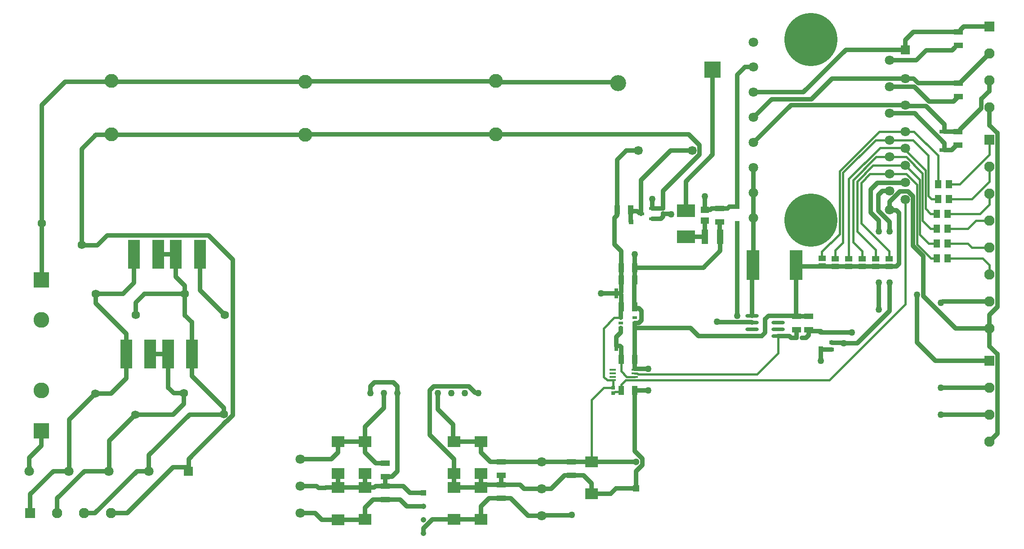
<source format=gtl>
G04*
G04 #@! TF.GenerationSoftware,Altium Limited,Altium Designer,24.10.1 (45)*
G04*
G04 Layer_Physical_Order=1*
G04 Layer_Color=255*
%FSLAX44Y44*%
%MOMM*%
G71*
G04*
G04 #@! TF.SameCoordinates,A4BD9A84-A7EC-4617-AE02-E11DBA2AA322*
G04*
G04*
G04 #@! TF.FilePolarity,Positive*
G04*
G01*
G75*
%ADD18C,0.2540*%
%ADD22R,1.3562X1.0546*%
%ADD23R,1.2192X0.5588*%
%ADD24R,1.2500X1.5500*%
%ADD25R,0.6500X0.6500*%
%ADD26R,0.9500X0.9000*%
%ADD27R,1.6582X1.1055*%
%ADD28R,0.8121X0.6587*%
%ADD29R,0.8763X0.5080*%
%ADD30R,1.1055X1.6582*%
G04:AMPARAMS|DCode=31|XSize=1.2565mm|YSize=0.418mm|CornerRadius=0.209mm|HoleSize=0mm|Usage=FLASHONLY|Rotation=180.000|XOffset=0mm|YOffset=0mm|HoleType=Round|Shape=RoundedRectangle|*
%AMROUNDEDRECTD31*
21,1,1.2565,0.0000,0,0,180.0*
21,1,0.8385,0.4180,0,0,180.0*
1,1,0.4180,-0.4193,0.0000*
1,1,0.4180,0.4193,0.0000*
1,1,0.4180,0.4193,0.0000*
1,1,0.4180,-0.4193,0.0000*
%
%ADD31ROUNDEDRECTD31*%
%ADD32R,1.2565X0.4180*%
%ADD33R,2.4892X5.5880*%
%ADD34R,1.9062X0.7562*%
%ADD35O,2.5000X0.7000*%
%ADD36R,2.3300X1.9900*%
%ADD37R,0.6500X0.6500*%
%ADD38R,3.4200X2.4600*%
%ADD39R,1.5500X1.2500*%
%ADD40R,1.2000X2.7000*%
%ADD41R,0.9000X0.9500*%
%ADD42R,0.7562X1.9062*%
%ADD43R,2.3022X5.4031*%
%ADD60R,1.8034X1.8034*%
%ADD61C,1.8034*%
%ADD62C,2.6162*%
%ADD63R,1.3000X1.3000*%
%ADD64C,1.3000*%
%ADD65C,1.2700*%
%ADD66C,1.0668*%
%ADD67R,1.0668X1.0668*%
%ADD68C,1.6900*%
%ADD69C,3.0300*%
%ADD70R,3.1600X3.1600*%
%ADD73C,0.8128*%
%ADD74C,0.4064*%
%ADD75R,1.8000X1.8000*%
%ADD76C,1.8000*%
%ADD77C,10.0160*%
%ADD78R,1.9500X1.9500*%
%ADD79C,1.9500*%
%ADD80R,2.9700X2.9700*%
%ADD81C,2.9700*%
%ADD82R,1.9500X1.9500*%
%ADD83C,1.5900*%
D18*
X314960Y759460D02*
X316160Y760660D01*
X1432560Y782447D02*
X1432687Y782320D01*
X1465580Y893953D02*
X1466088Y893445D01*
X1466365Y893723D01*
X2038767Y1012796D02*
X2041531D01*
X2035059Y1196828D02*
Y1197036D01*
X2039316Y1201293D02*
X2042080D01*
X2035059Y1197036D02*
X2039316Y1201293D01*
X1432623Y551180D02*
X1432624Y551180D01*
X1424940Y891540D02*
X1427480Y889000D01*
X1439926Y885444D02*
X1441450Y883920D01*
X1439926Y885444D02*
Y885891D01*
X1441450Y883920D02*
X1444752D01*
X1424940Y869190D02*
X1426085Y868045D01*
X1941987Y942340D02*
X1942471Y942823D01*
D22*
X1835791Y784323D02*
D03*
Y798839D02*
D03*
X1911991Y784685D02*
D03*
Y799201D02*
D03*
X1886591Y784685D02*
D03*
Y799201D02*
D03*
X1861190Y784323D02*
D03*
Y798839D02*
D03*
X1810390Y784685D02*
D03*
Y799201D02*
D03*
X1785620Y785222D02*
D03*
Y799738D02*
D03*
D23*
X1466088Y874395D02*
D03*
Y893445D02*
D03*
X1444752Y883920D02*
D03*
D24*
X2021930Y800100D02*
D03*
X2001430D02*
D03*
X2021840Y828040D02*
D03*
X2001340D02*
D03*
X2021840Y855980D02*
D03*
X2001340D02*
D03*
X2024380Y911860D02*
D03*
X2003880D02*
D03*
X2024380Y939800D02*
D03*
X2003880D02*
D03*
X2021840Y883920D02*
D03*
X2001340D02*
D03*
D25*
X1747440Y650240D02*
D03*
X1737440D02*
D03*
D26*
X1783080Y629410D02*
D03*
Y660910D02*
D03*
X1625600Y865630D02*
D03*
Y897130D02*
D03*
D27*
X1760220Y690880D02*
D03*
Y665353D02*
D03*
X1737360Y690816D02*
D03*
Y665290D02*
D03*
X2042080Y1201293D02*
D03*
Y1226820D02*
D03*
X2042240Y1104307D02*
D03*
Y1129834D02*
D03*
X2041531Y1012796D02*
D03*
Y1038323D02*
D03*
X962660Y345377D02*
D03*
Y370904D02*
D03*
Y414084D02*
D03*
Y388557D02*
D03*
X1313180Y391097D02*
D03*
Y416624D02*
D03*
X1181100Y416560D02*
D03*
Y391033D02*
D03*
Y347853D02*
D03*
Y373380D02*
D03*
X1592580Y868616D02*
D03*
Y894144D02*
D03*
D28*
X1803400Y641767D02*
D03*
Y628233D02*
D03*
D29*
X1406716Y668680D02*
D03*
Y678180D02*
D03*
Y687680D02*
D03*
X1433004D02*
D03*
Y678180D02*
D03*
Y668680D02*
D03*
D30*
X1407097Y708660D02*
D03*
X1432623D02*
D03*
X1407097Y551180D02*
D03*
X1432623D02*
D03*
X1407033Y609600D02*
D03*
X1432560D02*
D03*
X1407033Y759460D02*
D03*
X1432560D02*
D03*
X1407160Y782320D02*
D03*
X1432687D02*
D03*
X1424940Y891540D02*
D03*
X1399413D02*
D03*
D31*
X1391543Y570080D02*
D03*
Y576580D02*
D03*
Y583080D02*
D03*
Y589580D02*
D03*
X1432560D02*
D03*
Y583080D02*
D03*
Y576580D02*
D03*
D32*
Y570080D02*
D03*
D33*
X1655197Y786863D02*
D03*
X1736985D02*
D03*
D34*
X2016131Y1038323D02*
D03*
Y1003823D02*
D03*
X2016840Y1129770D02*
D03*
Y1095270D02*
D03*
X2016680Y1226290D02*
D03*
Y1191790D02*
D03*
D35*
X1653811Y691613D02*
D03*
Y678913D02*
D03*
Y666213D02*
D03*
Y653513D02*
D03*
X1702810Y691613D02*
D03*
Y678913D02*
D03*
Y666213D02*
D03*
Y653513D02*
D03*
D36*
X873760Y307340D02*
D03*
Y367540D02*
D03*
Y454660D02*
D03*
Y394460D02*
D03*
X1092200Y454280D02*
D03*
Y394080D02*
D03*
X1143000Y308100D02*
D03*
Y368300D02*
D03*
X924560Y307720D02*
D03*
Y367920D02*
D03*
Y454660D02*
D03*
Y394460D02*
D03*
X1143000Y454280D02*
D03*
Y394080D02*
D03*
X1092200Y307720D02*
D03*
Y367920D02*
D03*
X1351280Y356360D02*
D03*
Y416560D02*
D03*
D37*
X1391920Y546100D02*
D03*
Y556100D02*
D03*
X1485900Y884000D02*
D03*
Y894000D02*
D03*
D38*
X1529080Y889240D02*
D03*
Y840740D02*
D03*
D39*
X1564640Y891540D02*
D03*
Y871040D02*
D03*
D40*
Y840740D02*
D03*
X1593640D02*
D03*
D41*
X1394585Y868045D02*
D03*
X1426085D02*
D03*
D42*
X1432030Y734060D02*
D03*
X1397530D02*
D03*
X1432560Y635000D02*
D03*
X1398060D02*
D03*
D43*
X489866Y807183D02*
D03*
X534875D02*
D03*
X613615D02*
D03*
X568606D02*
D03*
X520071Y619223D02*
D03*
X475062D02*
D03*
X553446D02*
D03*
X598455D02*
D03*
D60*
X592100Y398780D02*
D03*
D61*
X517100D02*
D03*
X442100D02*
D03*
X367100D02*
D03*
X292100D02*
D03*
X802640Y421640D02*
D03*
Y370840D02*
D03*
Y320039D02*
D03*
X1257300Y416560D02*
D03*
Y365760D02*
D03*
Y314960D02*
D03*
D62*
X447040Y1033780D02*
D03*
Y1133780D02*
D03*
X1170940D02*
D03*
Y1033780D02*
D03*
X812171Y1132303D02*
D03*
Y1032303D02*
D03*
D63*
X1435100Y366160D02*
D03*
D64*
Y416160D02*
D03*
D65*
X1137920Y546100D02*
D03*
X1112520D02*
D03*
X1087120D02*
D03*
X1061720D02*
D03*
X985520D02*
D03*
X960120D02*
D03*
X934720D02*
D03*
X1432560Y807720D02*
D03*
X1465580Y911860D02*
D03*
X1457960Y591820D02*
D03*
X2009140Y716280D02*
D03*
X1457960Y551180D02*
D03*
X1892300Y703580D02*
D03*
X1625600Y691450D02*
D03*
X1912620Y754380D02*
D03*
X1892300D02*
D03*
Y850900D02*
D03*
X1912620D02*
D03*
X1964436Y731520D02*
D03*
X2009140Y556260D02*
D03*
X1841500Y660400D02*
D03*
X2009140Y505460D02*
D03*
X1826260Y640080D02*
D03*
X1564640Y916940D02*
D03*
X1501021Y883046D02*
D03*
X1587500Y680720D02*
D03*
X1369060Y734060D02*
D03*
X1313815Y315961D02*
D03*
X1783080Y607060D02*
D03*
D66*
X1035050Y281940D02*
D03*
Y307340D02*
D03*
Y332740D02*
D03*
D67*
Y358140D02*
D03*
D68*
X1541151Y1002763D02*
D03*
X1439551D02*
D03*
D69*
X1401451Y1129763D02*
D03*
D70*
X1579251Y1155163D02*
D03*
D73*
X1810753Y784323D02*
X1835791D01*
X1738988D02*
X1784991D01*
X1810391Y784685D02*
X1810753Y784323D01*
X1784991D02*
X1785353Y784685D01*
X1736985Y782320D02*
X1738988Y784323D01*
X1835791D02*
X1861191D01*
X1886591Y784685D02*
X1911991D01*
X1861553D02*
X1886591D01*
X1861191Y784323D02*
X1861553Y784685D01*
X1785353D02*
X1810391D01*
X1911991D02*
X1925145D01*
X1930400Y789940D01*
X2037080Y668020D02*
X2100580D01*
X1976120Y728980D02*
X2037080Y668020D01*
X1956805Y823058D02*
X1976120Y803743D01*
Y728980D02*
Y803743D01*
X563343Y405863D02*
X592670D01*
X417623Y1032303D02*
X812171D01*
X1432560Y591820D02*
X1457960D01*
X2115820Y708660D02*
Y1008380D01*
X1956805Y823058D02*
Y916760D01*
X316160Y760660D02*
Y865500D01*
X360143Y1132303D02*
X812171D01*
X292100Y424180D02*
X314960Y447040D01*
Y474418D01*
X1432560Y782447D02*
Y807720D01*
X1465580Y893953D02*
Y911860D01*
X1466365Y893723D02*
X1485623D01*
X1432560Y609600D02*
Y635000D01*
Y591820D02*
Y609600D01*
X1947307Y926258D02*
X1956805Y916760D01*
X1932177Y926258D02*
X1947307D01*
X1912471Y906552D02*
X1932177Y926258D01*
X1987131Y1095270D02*
X2016840D01*
X1912471Y1122823D02*
X1959578D01*
X2016840Y1095270D02*
X2033203D01*
X1959578Y1122823D02*
X1987131Y1095270D01*
X2016131Y1038323D02*
Y1052189D01*
X1981386Y1086934D02*
X2016131Y1052189D01*
X1944359Y1086934D02*
X1981386D01*
X2016131Y1038323D02*
X2044294D01*
X2016131Y1003823D02*
Y1016629D01*
X1959937Y1072823D02*
X2016131Y1016629D01*
X1912471Y1072823D02*
X1959937D01*
X2016131Y1003823D02*
X2029794D01*
X2038767Y1012796D01*
X2033203Y1095270D02*
X2042240Y1104307D01*
X2085496Y1082288D02*
Y1099976D01*
X2100580Y1115060D02*
Y1135380D01*
X2085496Y1099976D02*
X2100580Y1115060D01*
X2045758Y1042550D02*
X2085496Y1082288D01*
X2044294Y1038323D02*
X2045758Y1039787D01*
Y1042550D01*
X1942471Y1088823D02*
X1944359Y1086934D01*
X1957492Y1138823D02*
X1966545Y1129770D01*
X2044940D01*
X1804303Y1138823D02*
X1942471D01*
X1957492D01*
X2044940Y1129770D02*
X2046467Y1131297D01*
Y1132067D01*
X2100580Y1186180D01*
X2016680Y1191790D02*
X2030021D01*
X2035059Y1196828D01*
X1981730Y1191790D02*
X2016680D01*
X1957810Y1226290D02*
X2044314D01*
X1942471Y1210951D02*
X1957810Y1226290D01*
X2046307Y1228283D02*
Y1231047D01*
X2052240Y1236980D02*
X2100580D01*
X2044314Y1226290D02*
X2046307Y1228283D01*
Y1231047D02*
X2052240Y1236980D01*
X1912471Y1172823D02*
X1962763D01*
X1981730Y1191790D01*
X2100580Y1050664D02*
X2115664Y1035580D01*
X2100580Y1050664D02*
Y1084580D01*
X2115664Y1008536D02*
X2115820Y1008380D01*
X2115664Y1008536D02*
Y1035580D01*
X1432623Y708660D02*
X1435457Y705827D01*
X1432030Y709253D02*
X1432623Y708660D01*
X2012917Y718820D02*
X2100580D01*
X2009140Y716280D02*
X2010377D01*
X2012917Y718820D01*
X1998980Y607060D02*
X2102304D01*
X1964436Y641604D02*
X1998980Y607060D01*
X1763206Y662366D02*
X1783080D01*
X2115664Y469744D02*
Y619019D01*
X2100580Y454660D02*
X2115664Y469744D01*
X2100580Y634103D02*
X2115664Y619019D01*
X2100580Y668020D02*
Y693420D01*
X2115820Y708660D01*
X2100580Y634103D02*
Y668020D01*
X395611Y319503D02*
X416023D01*
X495300Y398780D01*
X517670D01*
Y428770D01*
X344811Y347351D02*
X396240Y398780D01*
X442670D01*
Y455707D01*
X337820Y398780D02*
X367671D01*
Y495707D01*
X294011Y354971D02*
X337820Y398780D01*
X294011Y319503D02*
Y354971D01*
X292100Y406433D02*
Y424180D01*
Y406433D02*
X292670Y405863D01*
X391160Y825500D02*
Y1005840D01*
X417623Y1032303D01*
X392647Y824013D02*
X420153D01*
X439420Y843280D01*
X391160Y825500D02*
X392647Y824013D01*
X439420Y843280D02*
X629920D01*
X316160Y865500D02*
Y1088320D01*
X360143Y1132303D01*
X1653811Y653513D02*
X1672053D01*
X1432624Y551180D02*
X1457960D01*
X1427480Y889000D02*
X1436817D01*
X1439926Y885891D01*
X1424940Y869190D02*
Y891540D01*
X534875Y807183D02*
X568606D01*
X1892300Y703580D02*
Y754380D01*
X1625600Y865630D02*
X1625600Y865630D01*
X1625600Y691450D02*
X1625600Y691450D01*
Y865630D01*
X1826260Y640080D02*
X1851660D01*
X1912620Y701040D01*
Y754380D01*
X1912027Y926380D02*
X1912471Y926823D01*
X1891538Y918718D02*
X1899200Y926380D01*
X1912027D01*
X1891538Y889762D02*
Y918718D01*
X1889760Y942340D02*
X1941987D01*
X1877060Y929640D02*
X1889760Y942340D01*
X1877060Y886460D02*
Y929640D01*
Y886460D02*
X1892300Y871220D01*
X1891538Y889762D02*
X1912620Y868680D01*
X1892300Y850900D02*
Y871220D01*
X1912620Y850900D02*
Y868680D01*
X1964436Y641604D02*
Y731520D01*
X1727121Y1088823D02*
X1942471D01*
X1912471Y890823D02*
Y906552D01*
X1925639Y890277D02*
X1930400Y885516D01*
Y789940D02*
Y885516D01*
X1913017Y890277D02*
X1925639D01*
X1912471Y890823D02*
X1913017Y890277D01*
X1702810Y691613D02*
X1736564D01*
X1737360Y690816D02*
X1760157D01*
X1672053Y653513D02*
X1678311Y659771D01*
X1653811Y785477D02*
X1655197Y786863D01*
X1656471Y788137D01*
Y876273D01*
X1653811Y691613D02*
Y785477D01*
X1656471Y876273D02*
Y923573D01*
X1407033Y609600D02*
Y632587D01*
X1404620Y635000D02*
X1407033Y632587D01*
X1398060Y635000D02*
X1404620D01*
X1432560D02*
Y668235D01*
X1398060Y635000D02*
Y651300D01*
X1406716Y659956D01*
X1397530Y734060D02*
X1397530Y734060D01*
X1404620D01*
X1394585Y825795D02*
X1407160Y813220D01*
X1394585Y825795D02*
Y868045D01*
X1783080Y607060D02*
Y629410D01*
X1784257Y628233D02*
X1803400D01*
X1783080Y629410D02*
X1784257Y628233D01*
X1760220Y655320D02*
Y665353D01*
X1755140Y650240D02*
X1760220Y655320D01*
Y665353D02*
X1763206Y662366D01*
X1747440Y650240D02*
X1755140D01*
X1760157Y690816D02*
X1760220Y690880D01*
X1736985Y691192D02*
Y782320D01*
X1737440Y650240D02*
Y665209D01*
X1737360Y665290D02*
X1737440Y665209D01*
X1736564Y691613D02*
X1736985Y691192D01*
X1737360Y690816D01*
X1727200Y650240D02*
X1737440D01*
X1552673Y653513D02*
X1653811D01*
X1537506Y668680D02*
X1552673Y653513D01*
X1702810D02*
X1723927D01*
X1678311Y685171D02*
X1684753Y691613D01*
X1702810D01*
X1678311Y659771D02*
Y685171D01*
X1723927Y653513D02*
X1727200Y650240D01*
X1640133Y1160073D02*
X1656471D01*
X812909Y1033042D02*
X1170202D01*
X812909Y1133041D02*
X1170202D01*
X812171Y1032303D02*
X812909Y1033042D01*
X812171Y1132303D02*
X812909Y1133041D01*
X1143000Y368300D02*
Y394080D01*
Y368300D02*
X1148080Y373380D01*
X1143000Y434340D02*
Y454280D01*
X1142620Y367920D02*
X1143000Y368300D01*
X1092200Y367920D02*
X1142620D01*
X1092200Y394080D02*
Y421640D01*
Y454280D02*
X1143000D01*
X924560Y367920D02*
X941960D01*
X944943Y370904D01*
X939736Y345377D02*
X962660D01*
X944943Y370904D02*
X962660D01*
X1046480Y467360D02*
X1092200Y421640D01*
X1090500Y455980D02*
X1092200Y454280D01*
X1061720Y515620D02*
Y546100D01*
X1090500Y455980D02*
Y486840D01*
X1061720Y515620D02*
X1090500Y486840D01*
X924560Y454660D02*
Y482600D01*
Y434340D02*
X944816Y414084D01*
X962660D01*
X934720Y546100D02*
Y558800D01*
X924560Y434340D02*
Y454660D01*
Y482600D02*
X960120Y518160D01*
X985520Y398780D02*
Y546100D01*
Y558800D01*
X960120Y518160D02*
Y546100D01*
X861059Y421640D02*
X873760Y434340D01*
X849900Y366812D02*
X850628Y367540D01*
X837148Y366812D02*
X849900D01*
X850628Y367540D02*
X873760D01*
X975297Y388557D02*
X985520Y398780D01*
X962660Y370904D02*
Y388557D01*
X975297D01*
X990664Y345377D02*
X1003300Y332740D01*
X996760Y370904D02*
X1009523Y358140D01*
X962660Y370904D02*
X996760D01*
X1092200Y367920D02*
Y394080D01*
X1003300Y332740D02*
X1035050D01*
X1009523Y358140D02*
X1035050D01*
X962660Y345377D02*
X990664D01*
X873760Y454660D02*
X924560D01*
X924180Y367540D02*
X924560Y367920D01*
Y394460D01*
X868680Y389380D02*
X873760Y394460D01*
Y367540D02*
X924180D01*
X873760Y434340D02*
Y454660D01*
Y367540D02*
Y394460D01*
X1148080Y373380D02*
X1181100D01*
Y391033D01*
X1143000Y434340D02*
X1160780Y416560D01*
X1158113Y347853D02*
X1181100D01*
X1160780Y416560D02*
X1181100D01*
Y347853D02*
X1199007D01*
X1592580Y841800D02*
X1593640Y840740D01*
X1564640D02*
Y871040D01*
X1592580Y841800D02*
Y868616D01*
X1432030Y734060D02*
Y758930D01*
X1404620Y734060D02*
X1407097Y731583D01*
X1407160Y736600D02*
Y759333D01*
X1404620Y734060D02*
X1407160Y736600D01*
X1433004Y668680D02*
X1537506D01*
X1433004D02*
Y678180D01*
X1432560Y668235D02*
X1433004Y668680D01*
X1406716Y659956D02*
Y668680D01*
X1407097Y708660D02*
Y731583D01*
X1406716Y708279D02*
X1407097Y708660D01*
X1406716Y687680D02*
Y708279D01*
X1435457Y705827D02*
X1440473D01*
X1445260Y701040D01*
Y683260D02*
Y701040D01*
X1440180Y678180D02*
X1445260Y683260D01*
X1432030Y709253D02*
Y734060D01*
X1433004Y678180D02*
X1440180D01*
X1593640Y813860D02*
Y840740D01*
X1562100Y782320D02*
X1593640Y813860D01*
X1432687Y782320D02*
X1562100D01*
X1529080Y840740D02*
X1564640D01*
X1407160Y782320D02*
Y813220D01*
X1607883Y894144D02*
X1610870Y897130D01*
X1577404Y894144D02*
X1592580D01*
X1607883D01*
X1574800Y891540D02*
X1577404Y894144D01*
X1564640Y891540D02*
X1574800D01*
X1610870Y897130D02*
X1625600D01*
X1485623Y893723D02*
X1485900Y894000D01*
X1466088Y874395D02*
X1481795D01*
X1485900Y878500D01*
Y884000D01*
X1432030Y758930D02*
X1432560Y759460D01*
X1432687Y759587D02*
Y782320D01*
X1432560Y759460D02*
X1432687Y759587D01*
X1407033Y759460D02*
X1407160Y759333D01*
X1407033Y759460D02*
X1407160Y759587D01*
Y782320D01*
X1181100Y373380D02*
X1216660D01*
X1143000Y332740D02*
X1158113Y347853D01*
X1313314Y315461D02*
X1313815Y315961D01*
X1351280Y356360D02*
X1387600D01*
X1351280Y375920D02*
X1351280Y356360D01*
X1336103Y391097D02*
X1351280Y375920D01*
X1313180Y391097D02*
X1336103D01*
X1300417D02*
X1313180D01*
X1387600Y356360D02*
X1397400Y366160D01*
X1435100D01*
X924560Y330200D02*
X939736Y345377D01*
X924560Y307720D02*
Y330200D01*
X924180Y307340D02*
X924560Y307720D01*
X873760Y307340D02*
X924180D01*
X934720Y558800D02*
X942340Y566420D01*
X977900D02*
X985520Y558800D01*
X942340Y566420D02*
X977900D01*
X1143000Y308100D02*
Y332740D01*
X1092200Y307720D02*
X1143000D01*
X1257801Y315461D02*
X1313314D01*
X1257300Y314960D02*
X1257801Y315461D01*
X1216660Y373380D02*
X1224280Y365760D01*
X1231900Y314960D02*
X1257300D01*
X1224280Y365760D02*
X1257300D01*
X1199007Y347853D02*
X1231900Y314960D01*
X1257300Y365760D02*
X1275080D01*
X1300417Y391097D01*
X802640Y320039D02*
X830581D01*
X802640Y421640D02*
X861059D01*
X833120Y370840D02*
X837148Y366812D01*
X830581Y320039D02*
X843280Y307340D01*
X802640Y370840D02*
X833120D01*
X843280Y307340D02*
X873760D01*
X1352980Y416160D02*
X1435100D01*
X1181100Y416560D02*
X1257300D01*
X1313116D01*
X1313180Y416624D01*
X1351216D01*
X1351280Y416560D01*
X1352980D01*
X598455Y577565D02*
Y619223D01*
X553446D02*
X553720Y618949D01*
Y556260D02*
X564417Y545563D01*
X553720Y556260D02*
Y618949D01*
X594360Y505460D02*
X658468D01*
X520071Y619223D02*
X553446D01*
X445988Y544612D02*
X474980Y573604D01*
Y619141D01*
X416886Y544923D02*
X445677D01*
X367671Y495707D02*
X416886Y544923D01*
X445677D02*
X445988Y544612D01*
X446411Y319503D02*
X476983D01*
X344811D02*
Y347351D01*
X476983Y319503D02*
X563343Y405863D01*
X492486Y692883D02*
Y716308D01*
X509061Y732883D01*
X417486D02*
X468723D01*
X489866Y754026D01*
X417486Y715354D02*
Y732883D01*
Y715354D02*
X474980Y657860D01*
Y619305D02*
Y657860D01*
Y619305D02*
X475062Y619223D01*
X474980Y619141D02*
X475062Y619223D01*
X613615Y739394D02*
X660126Y692883D01*
X509061Y732883D02*
X585126D01*
Y748374D01*
X568606Y764894D02*
X585126Y748374D01*
Y692494D02*
Y732883D01*
Y692494D02*
X598455Y679165D01*
Y619223D02*
Y679165D01*
X592670Y405863D02*
Y421497D01*
X491886Y504923D02*
X563343D01*
X517670Y428770D02*
X594360Y505460D01*
X442670Y455707D02*
X491886Y504923D01*
X658571Y505563D02*
Y517449D01*
X564417Y545563D02*
X583571D01*
Y525151D02*
Y545563D01*
X563343Y504923D02*
X583571Y525151D01*
X598455Y577565D02*
X658571Y517449D01*
X658468Y505460D02*
X658571Y505563D01*
X489866Y754026D02*
Y807183D01*
X568606Y764894D02*
Y807183D01*
X613615Y739394D02*
Y807183D01*
X1656471Y1065473D02*
X1690818Y1099820D01*
X1656471Y1018173D02*
X1727121Y1088823D01*
X1690818Y1099820D02*
X1765300D01*
X1656471Y923573D02*
Y970873D01*
X1942471Y1192823D02*
Y1210951D01*
X1750313Y1112773D02*
X1830363Y1192823D01*
X1942471D01*
X1765300Y1099820D02*
X1804303Y1138823D01*
X1656471Y1112773D02*
X1750313D01*
X1529080Y889240D02*
Y944880D01*
X1500603Y1002763D02*
X1541151D01*
X1444752Y946912D02*
X1500603Y1002763D01*
X1529080Y944880D02*
X1579251Y995051D01*
X1399413Y891540D02*
Y985393D01*
X1170940Y1133780D02*
X1172948Y1131771D01*
X1399442D01*
X1170202Y1033042D02*
X1170940Y1033780D01*
X1170202Y1133041D02*
X1170940Y1133780D01*
X1625600Y897130D02*
Y1145540D01*
X1579251Y995051D02*
Y1155163D01*
X1625600Y1145540D02*
X1640133Y1160073D01*
X1444752Y883920D02*
Y946912D01*
X1399413Y891540D02*
X1399540Y891413D01*
Y881380D02*
Y891413D01*
X1394460Y876300D02*
X1399540Y881380D01*
X1394460Y868170D02*
Y876300D01*
Y868170D02*
X1394585Y868045D01*
X1399413Y985393D02*
X1416783Y1002763D01*
X1439551D01*
X1399442Y1131771D02*
X1401451Y1129763D01*
X1046480Y551180D02*
X1054100Y558800D01*
X1046480Y467360D02*
Y551180D01*
X1485900Y894000D02*
Y927100D01*
X1554480Y995680D01*
X1369060Y734060D02*
X1397530D01*
X1397530Y734060D01*
X1587500Y680720D02*
X1588454Y679766D01*
X1652957D02*
X1653811Y678913D01*
X1588454Y679766D02*
X1652957D01*
X1500544Y883523D02*
X1501021Y883046D01*
X1485900Y884000D02*
X1486377Y883523D01*
X1500544D01*
X1564640Y891540D02*
Y916940D01*
X1825417Y640923D02*
X1826260Y640080D01*
X1804243Y640923D02*
X1825417D01*
X1803400Y641767D02*
X1804243Y640923D01*
X2009140Y505460D02*
X2100580D01*
X1783590Y660400D02*
X1841500D01*
X1783080Y660910D02*
X1783590Y660400D01*
X2009140Y556260D02*
X2100580D01*
X675640Y503846D02*
Y797560D01*
X663452Y492279D02*
X664073D01*
X629920Y843280D02*
X675640Y797560D01*
X664073Y492279D02*
X675640Y503846D01*
X592670Y421497D02*
X663452Y492279D01*
X1120140Y558800D02*
X1131965Y546975D01*
X1054100Y558800D02*
X1120140D01*
X1131965Y546975D02*
X1137045D01*
X1137920Y546100D01*
X1035050Y290830D02*
X1051940Y307720D01*
X1092200D01*
X1035050Y281940D02*
Y290830D01*
X1435100Y398780D02*
X1446934Y410614D01*
X1435100Y366160D02*
Y398780D01*
X1432623Y436817D02*
Y551180D01*
Y436817D02*
X1446934Y422506D01*
Y410614D02*
Y422506D01*
X1554935Y997054D02*
Y1013005D01*
X1170940Y1033780D02*
X1534160D01*
X1554935Y1013005D01*
X1554480Y996599D02*
X1554935Y997054D01*
X1554480Y995680D02*
Y996599D01*
D74*
X1394757Y547318D02*
X1395519Y548080D01*
X1403997D01*
X1407097Y551180D02*
X1407613Y551697D01*
X1403997Y548080D02*
X1407097Y551180D01*
X1986280Y828040D02*
X2001340D01*
X1969505Y844815D02*
Y947789D01*
Y844815D02*
X1986280Y828040D01*
X1663308Y581268D02*
X1702810Y620770D01*
X1438986Y581972D02*
X1439690Y581268D01*
X1663308D01*
X1436806Y583058D02*
X1437892Y581972D01*
X1438986D01*
X1432582Y583058D02*
X1436806D01*
X1432560Y583080D02*
X1432582Y583058D01*
X1980173Y893837D02*
X1990090Y883920D01*
X2001340D01*
X1980173Y893837D02*
Y965872D01*
X1990090Y855980D02*
X2001340D01*
X1974839Y871231D02*
X1990090Y855980D01*
X1974839Y871231D02*
Y959853D01*
X1990180Y800100D02*
X2001430D01*
X1964171Y826109D02*
X1990180Y800100D01*
X1964171Y826109D02*
Y938521D01*
X1943868Y958823D02*
X1964171Y938521D01*
X1942471Y974823D02*
X1969505Y947789D01*
X1943868Y990823D02*
X1974839Y959853D01*
X1942471Y1003575D02*
X1980173Y965872D01*
X1985507Y917713D02*
X1991360Y911860D01*
X1985507Y917713D02*
Y993913D01*
X1956597Y1022823D02*
X1985507Y993913D01*
X1991360Y911860D02*
X2003880D01*
X1912471Y1022823D02*
X1956597D01*
X2003880Y939905D02*
Y993320D01*
X1958377Y1038823D02*
X2003880Y993320D01*
X2003880Y939905D02*
X2003880Y939905D01*
X1945967Y1038823D02*
X1958377D01*
X1942471D02*
X1945967D01*
X1893443D02*
X1942471D01*
X1912471Y958823D02*
X1943868D01*
X1875763D02*
X1912471D01*
Y990823D02*
X1943868D01*
X1887443D02*
X1912471D01*
X2021930Y800100D02*
X2087880D01*
X2100580Y787400D01*
Y769620D02*
Y787400D01*
X2067561Y820420D02*
X2100580D01*
X2059941Y828040D02*
X2067561Y820420D01*
X2021840Y828040D02*
X2059941D01*
X2100580Y995680D02*
Y1023620D01*
X2024380Y939800D02*
X2044700D01*
X2100580Y995680D01*
X2024380Y911860D02*
X2067560D01*
X2100580Y944880D02*
Y972820D01*
X2067560Y911860D02*
X2100580Y944880D01*
X2075180Y871220D02*
X2100580D01*
X2021840Y855980D02*
X2059940D01*
X2075180Y871220D01*
X2100580Y901700D02*
Y922020D01*
X2021840Y883920D02*
X2082800D01*
X2100580Y901700D01*
X1942471Y713111D02*
Y910823D01*
X1432560Y570080D02*
X1799440D01*
X1942471Y713111D01*
X1859280Y866140D02*
X1911991Y813429D01*
X1859280Y866140D02*
Y942340D01*
X1911991Y799201D02*
Y813429D01*
X1859280Y942340D02*
X1875763Y958823D01*
X1881603Y974823D02*
X1942471D01*
X1851660Y944880D02*
X1881603Y974823D01*
X1851660Y850900D02*
Y944880D01*
X1844040Y947420D02*
X1887443Y990823D01*
X1844040Y830580D02*
Y947420D01*
X1810391Y799201D02*
Y814711D01*
X1824990Y829310D02*
Y961390D01*
X1810391Y814711D02*
X1824990Y829310D01*
X1851660Y850900D02*
X1886591Y815969D01*
X1844040Y830580D02*
X1861191Y813429D01*
X1886591Y799201D02*
Y815969D01*
X1861191Y798839D02*
Y813429D01*
X1886423Y1022823D02*
X1912471D01*
X1942471Y1003575D02*
Y1006823D01*
X1818640Y845820D02*
Y964020D01*
X1835791Y798839D02*
Y949331D01*
X1818640Y964020D02*
X1893443Y1038823D01*
X1835791Y949331D02*
X1894840Y1008380D01*
X1940914D01*
X1824990Y961390D02*
X1886423Y1022823D01*
X1417320Y576580D02*
X1432560D01*
X1407033Y586867D02*
X1417320Y576580D01*
X1393138Y547318D02*
X1394757D01*
X1391920Y546100D02*
X1393138Y547318D01*
X1374140Y576580D02*
Y668020D01*
X1393800Y687680D01*
X1406716D01*
X1374140Y576580D02*
X1380640Y570080D01*
X1407033Y586867D02*
Y609600D01*
X1702810Y620770D02*
Y653513D01*
X1407613Y551697D02*
Y561793D01*
X1415900Y570080D02*
X1432560D01*
X1407613Y561793D02*
X1415900Y570080D01*
X1380640D02*
X1391543D01*
X1391920Y569703D01*
X1351280Y416560D02*
Y533400D01*
X1373980Y556100D01*
X1391920D01*
Y569703D01*
X1784991Y798839D02*
Y812171D01*
X1818640Y845820D01*
X1940914Y1008380D02*
X1942471Y1006823D01*
D75*
Y1192823D02*
D03*
D76*
X1912471Y1172823D02*
D03*
X1942471Y1138823D02*
D03*
X1912471Y1122823D02*
D03*
X1942471Y1088823D02*
D03*
X1912471Y1072823D02*
D03*
X1942471Y1038823D02*
D03*
X1912471Y1022823D02*
D03*
X1942471Y1006823D02*
D03*
X1912471Y990823D02*
D03*
X1942471Y974823D02*
D03*
X1912471Y958823D02*
D03*
X1942471Y942823D02*
D03*
X1912471Y926823D02*
D03*
X1942471Y910823D02*
D03*
X1912471Y890823D02*
D03*
X1656471Y876273D02*
D03*
Y923573D02*
D03*
Y970873D02*
D03*
Y1018173D02*
D03*
Y1065473D02*
D03*
Y1112773D02*
D03*
Y1160073D02*
D03*
Y1207373D02*
D03*
D77*
X1764470Y1212073D02*
D03*
Y871573D02*
D03*
D78*
X2100580Y1023620D02*
D03*
Y607060D02*
D03*
Y1236980D02*
D03*
D79*
Y972820D02*
D03*
Y922020D02*
D03*
Y871220D02*
D03*
Y820420D02*
D03*
Y769620D02*
D03*
Y718820D02*
D03*
Y668020D02*
D03*
X344811Y319503D02*
D03*
X395611D02*
D03*
X446411D02*
D03*
X2100580Y556260D02*
D03*
Y505460D02*
D03*
Y454660D02*
D03*
Y1186180D02*
D03*
Y1135380D02*
D03*
Y1084580D02*
D03*
D80*
X314960Y759460D02*
D03*
X314960Y474418D02*
D03*
D81*
X314960Y683460D02*
D03*
X314960Y550418D02*
D03*
D82*
X294011Y319503D02*
D03*
D83*
X583571Y545563D02*
D03*
X658571Y505563D02*
D03*
X316160Y865500D02*
D03*
X391160Y825500D02*
D03*
X585126Y732883D02*
D03*
X660126Y692883D02*
D03*
X492486D02*
D03*
X417486Y732883D02*
D03*
X416886Y544923D02*
D03*
X491886Y504923D02*
D03*
M02*

</source>
